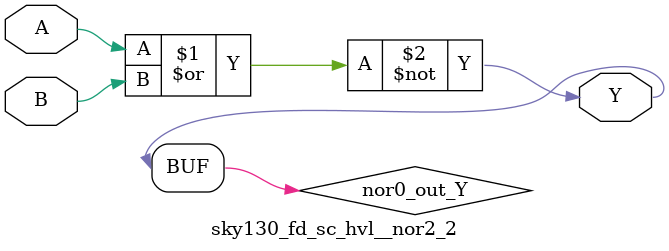
<source format=v>
module sky130_fd_sc_hvl__nor2_2 (
    Y,
    A,
    B
);
    output Y;
    input  A;
    input  B;
    wire nor0_out_Y;
    nor nor0 (nor0_out_Y, A, B           );
    buf buf0 (Y         , nor0_out_Y     );
endmodule
</source>
